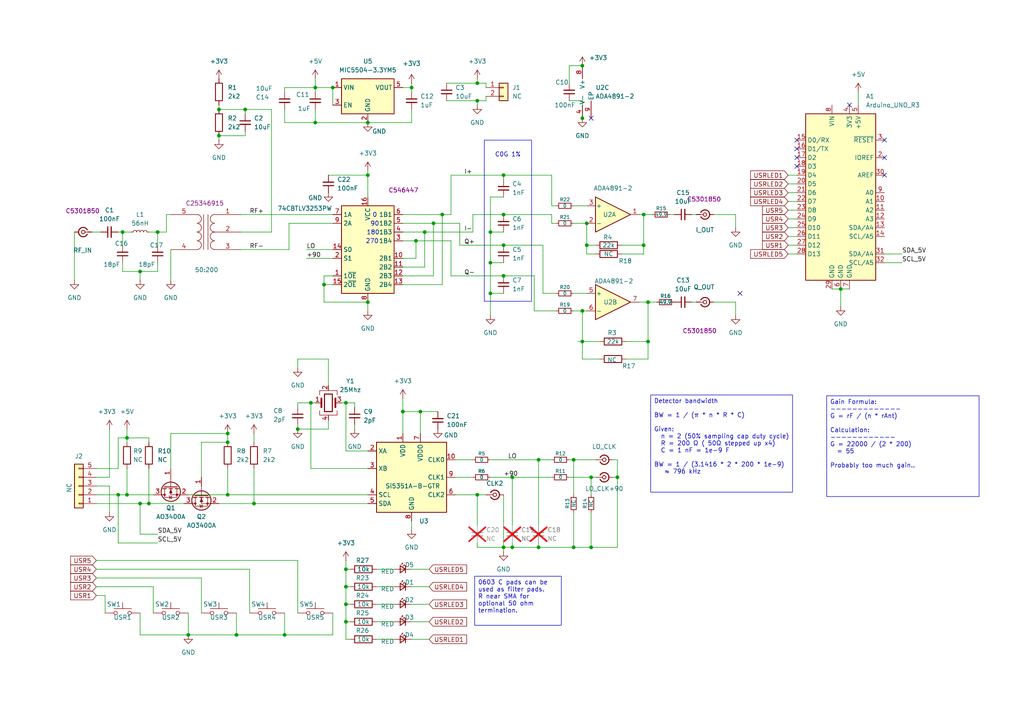
<source format=kicad_sch>
(kicad_sch (version 20231120) (generator "eeschema") (generator_version "8.0")
  (paper "A4")
  (title_block (title "PhaseLoom") (date "2025-06-05") (rev "A") (company "iMania.dk") (comment 1 "Quadrature Sampling Detector  Phase Locked Loop LO Synthesizer SDR Frontend"))
  (junction (at 100.33 175.26))
  (junction (at 45.72 67.31))
  (junction (at 86.36 124.46))
  (junction (at 66.04 125.73))
  (junction (at 146.05 71.12))
  (junction (at 171.45 138.43))
  (junction (at 187.96 87.63))
  (junction (at 66.04 128.27))
  (junction (at 142.24 67.31))
  (junction (at 142.24 85.09))
  (junction (at 128.27 62.23))
  (junction (at 43.18 146.05))
  (junction (at 170.18 71.12))
  (junction (at 125.73 64.77))
  (junction (at 156.21 133.35))
  (junction (at 156.21 158.75))
  (junction (at 138.43 29.21))
  (junction (at 168.91 99.06))
  (junction (at 146.05 62.23))
  (junction (at 106.68 87.63))
  (junction (at 142.24 76.2))
  (junction (at 168.91 34.29))
  (junction (at 90.17 116.84))
  (junction (at 116.84 119.38))
  (junction (at 100.33 116.84))
  (junction (at 121.92 119.38))
  (junction (at 82.55 184.15))
  (junction (at 35.56 67.31))
  (junction (at 40.64 146.05))
  (junction (at 96.52 25.4))
  (junction (at 243.84 83.82))
  (junction (at 148.59 158.75))
  (junction (at 106.68 50.8))
  (junction (at 168.91 90.17))
  (junction (at 91.44 25.4))
  (junction (at 148.59 138.43))
  (junction (at 166.37 133.35))
  (junction (at 100.33 180.34))
  (junction (at 40.64 78.74))
  (junction (at 106.68 35.56))
  (junction (at 146.05 50.8))
  (junction (at 34.29 143.51))
  (junction (at 100.33 165.1))
  (junction (at 171.45 158.75))
  (junction (at 36.83 143.51))
  (junction (at 146.05 80.01))
  (junction (at 73.66 146.05))
  (junction (at 186.69 62.23))
  (junction (at 91.44 35.56))
  (junction (at 63.5 39.37))
  (junction (at 93.98 82.55))
  (junction (at 68.58 184.15))
  (junction (at 186.69 71.12))
  (junction (at 54.61 184.15))
  (junction (at 146.05 158.75))
  (junction (at 66.04 143.51))
  (junction (at 138.43 24.13))
  (junction (at 63.5 31.75))
  (junction (at 119.38 25.4))
  (junction (at 187.96 99.06))
  (junction (at 71.12 31.75))
  (junction (at 100.33 170.18))
  (junction (at 168.91 19.05))
  (junction (at 166.37 158.75))
  (junction (at 179.07 138.43))
  (junction (at 36.83 127))
  (junction (at 120.65 69.85))
  (junction (at 123.19 67.31))
  (junction (at 170.18 64.77))
  (junction (at 138.43 143.51))
  (no_connect (at 171.45 34.29))
  (no_connect (at 231.14 43.18))
  (no_connect (at 256.54 40.64))
  (no_connect (at 231.14 48.26))
  (no_connect (at 231.14 45.72))
  (no_connect (at 256.54 50.8))
  (no_connect (at 231.14 40.64))
  (no_connect (at 214.63 85.09))
  (no_connect (at 256.54 45.72))
  (no_connect (at 246.38 30.48))
  (wire (pts (xy 177.8 133.35) (xy 179.07 133.35)))
  (wire (pts (xy 142.24 57.15) (xy 142.24 67.31)))
  (wire (pts (xy 168.91 29.21) (xy 168.91 34.29)))
  (wire (pts (xy 31.75 138.43) (xy 27.94 138.43)))
  (wire (pts (xy 93.98 87.63) (xy 106.68 87.63)))
  (wire (pts (xy 119.38 180.34) (xy 124.46 180.34)))
  (wire (pts (xy 170.18 64.77) (xy 166.37 64.77)))
  (wire (pts (xy 100.33 170.18) (xy 101.6 170.18)))
  (wire (pts (xy 186.69 62.23) (xy 189.23 62.23)))
  (wire (pts (xy 121.92 119.38) (xy 127 119.38)))
  (wire (pts (xy 142.24 67.31) (xy 146.05 67.31)))
  (wire (pts (xy 157.48 85.09) (xy 161.29 85.09)))
  (wire (pts (xy 43.18 128.27) (xy 43.18 127)))
  (wire (pts (xy 166.37 59.69) (xy 170.18 59.69)))
  (wire (pts (xy 228.6 68.58) (xy 231.14 68.58)))
  (wire (pts (xy 129.54 29.21) (xy 138.43 29.21)))
  (wire (pts (xy 88.9 72.39) (xy 96.52 72.39)))
  (wire (pts (xy 168.91 99.06) (xy 168.91 90.17)))
  (wire (pts (xy 228.6 63.5) (xy 231.14 63.5)))
  (wire (pts (xy 140.97 29.21) (xy 140.97 27.94)))
  (wire (pts (xy 116.84 119.38) (xy 121.92 119.38)))
  (wire (pts (xy 63.5 39.37) (xy 63.5 40.64)))
  (wire (pts (xy 228.6 71.12) (xy 231.14 71.12)))
  (wire (pts (xy 138.43 24.13) (xy 140.97 24.13)))
  (wire (pts (xy 165.1 133.35) (xy 166.37 133.35)))
  (wire (pts (xy 100.33 165.1) (xy 100.33 170.18)))
  (wire (pts (xy 40.64 146.05) (xy 40.64 154.94)))
  (wire (pts (xy 213.36 87.63) (xy 207.01 87.63)))
  (wire (pts (xy 186.69 71.12) (xy 186.69 62.23)))
  (wire (pts (xy 26.67 67.31) (xy 29.21 67.31)))
  (wire (pts (xy 119.38 26.67) (xy 119.38 25.4)))
  (wire (pts (xy 27.94 167.64) (xy 58.42 167.64)))
  (wire (pts (xy 40.64 146.05) (xy 43.18 146.05)))
  (wire (pts (xy 91.44 31.75) (xy 91.44 35.56)))
  (wire (pts (xy 43.18 146.05) (xy 53.34 146.05)))
  (wire (pts (xy 66.04 143.51) (xy 106.68 143.51)))
  (wire (pts (xy 160.02 62.23) (xy 160.02 64.77)))
  (wire (pts (xy 96.52 184.15) (xy 82.55 184.15)))
  (wire (pts (xy 73.66 125.73) (xy 73.66 128.27)))
  (wire (pts (xy 179.07 138.43) (xy 177.8 138.43)))
  (wire (pts (xy 146.05 52.07) (xy 146.05 50.8)))
  (wire (pts (xy 213.36 62.23) (xy 207.01 62.23)))
  (wire (pts (xy 44.45 170.18) (xy 44.45 177.8)))
  (wire (pts (xy 157.48 85.09) (xy 157.48 71.12)))
  (wire (pts (xy 171.45 138.43) (xy 171.45 143.51)))
  (wire (pts (xy 36.83 143.51) (xy 44.45 143.51)))
  (wire (pts (xy 48.26 67.31) (xy 48.26 62.23)))
  (wire (pts (xy 187.96 99.06) (xy 187.96 87.63)))
  (wire (pts (xy 27.94 165.1) (xy 72.39 165.1)))
  (wire (pts (xy 34.29 143.51) (xy 36.83 143.51)))
  (wire (pts (xy 34.29 67.31) (xy 35.56 67.31)))
  (wire (pts (xy 95.25 121.92) (xy 95.25 124.46)))
  (wire (pts (xy 123.19 77.47) (xy 123.19 67.31)))
  (wire (pts (xy 86.36 162.56) (xy 86.36 177.8)))
  (wire (pts (xy 179.07 133.35) (xy 179.07 138.43)))
  (wire (pts (xy 90.17 135.89) (xy 106.68 135.89)))
  (wire (pts (xy 130.81 50.8) (xy 146.05 50.8)))
  (wire (pts (xy 27.94 172.72) (xy 30.48 172.72)))
  (wire (pts (xy 109.22 185.42) (xy 114.3 185.42)))
  (wire (pts (xy 142.24 76.2) (xy 142.24 85.09)))
  (wire (pts (xy 73.66 135.89) (xy 73.66 146.05)))
  (wire (pts (xy 40.64 184.15) (xy 54.61 184.15)))
  (wire (pts (xy 54.61 143.51) (xy 66.04 143.51)))
  (wire (pts (xy 116.84 82.55) (xy 128.27 82.55)))
  (wire (pts (xy 66.04 125.73) (xy 66.04 128.27)))
  (wire (pts (xy 181.61 104.14) (xy 187.96 104.14)))
  (wire (pts (xy 154.94 80.01) (xy 154.94 90.17)))
  (wire (pts (xy 132.08 143.51) (xy 138.43 143.51)))
  (wire (pts (xy 45.72 67.31) (xy 48.26 67.31)))
  (wire (pts (xy 43.18 127) (xy 36.83 127)))
  (wire (pts (xy 146.05 50.8) (xy 160.02 50.8)))
  (wire (pts (xy 166.37 158.75) (xy 156.21 158.75)))
  (wire (pts (xy 109.22 170.18) (xy 114.3 170.18)))
  (wire (pts (xy 69.85 62.23) (xy 96.52 62.23)))
  (wire (pts (xy 130.81 69.85) (xy 130.81 80.01)))
  (wire (pts (xy 138.43 22.86) (xy 138.43 24.13)))
  (wire (pts (xy 187.96 104.14) (xy 187.96 99.06)))
  (wire (pts (xy 154.94 90.17) (xy 161.29 90.17)))
  (wire (pts (xy 58.42 167.64) (xy 58.42 177.8)))
  (wire (pts (xy 132.08 133.35) (xy 137.16 133.35)))
  (wire (pts (xy 213.36 66.04) (xy 213.36 62.23)))
  (wire (pts (xy 172.72 73.66) (xy 170.18 73.66)))
  (wire (pts (xy 78.74 31.75) (xy 78.74 67.31)))
  (wire (pts (xy 160.02 59.69) (xy 161.29 59.69)))
  (wire (pts (xy 86.36 116.84) (xy 90.17 116.84)))
  (wire (pts (xy 82.55 184.15) (xy 68.58 184.15)))
  (wire (pts (xy 40.64 81.28) (xy 40.64 78.74)))
  (wire (pts (xy 96.52 74.93) (xy 88.9 74.93)))
  (wire (pts (xy 78.74 67.31) (xy 69.85 67.31)))
  (wire (pts (xy 146.05 85.09) (xy 142.24 85.09)))
  (wire (pts (xy 82.55 26.67) (xy 82.55 25.4)))
  (wire (pts (xy 71.12 31.75) (xy 63.5 31.75)))
  (wire (pts (xy 148.59 157.48) (xy 148.59 158.75)))
  (wire (pts (xy 36.83 124.46) (xy 36.83 127)))
  (wire (pts (xy 166.37 133.35) (xy 172.72 133.35)))
  (wire (pts (xy 96.52 80.01) (xy 93.98 80.01)))
  (wire (pts (xy 166.37 158.75) (xy 171.45 158.75)))
  (wire (pts (xy 102.87 116.84) (xy 102.87 118.11)))
  (wire (pts (xy 146.05 71.12) (xy 157.48 71.12)))
  (wire (pts (xy 170.18 71.12) (xy 172.72 71.12)))
  (wire (pts (xy 179.07 138.43) (xy 179.07 158.75)))
  (wire (pts (xy 228.6 55.88) (xy 231.14 55.88)))
  (wire (pts (xy 138.43 30.48) (xy 138.43 29.21)))
  (wire (pts (xy 116.84 67.31) (xy 123.19 67.31)))
  (wire (pts (xy 130.81 50.8) (xy 130.81 62.23)))
  (wire (pts (xy 142.24 76.2) (xy 146.05 76.2)))
  (wire (pts (xy 73.66 146.05) (xy 106.68 146.05)))
  (wire (pts (xy 91.44 25.4) (xy 96.52 25.4)))
  (wire (pts (xy 180.34 73.66) (xy 186.69 73.66)))
  (wire (pts (xy 90.17 116.84) (xy 91.44 116.84)))
  (wire (pts (xy 93.98 82.55) (xy 93.98 87.63)))
  (wire (pts (xy 119.38 24.13) (xy 119.38 25.4)))
  (wire (pts (xy 34.29 135.89) (xy 27.94 135.89)))
  (wire (pts (xy 54.61 177.8) (xy 54.61 184.15)))
  (wire (pts (xy 27.94 143.51) (xy 34.29 143.51)))
  (wire (pts (xy 228.6 60.96) (xy 231.14 60.96)))
  (wire (pts (xy 90.17 116.84) (xy 90.17 135.89)))
  (wire (pts (xy 200.66 62.23) (xy 201.93 62.23)))
  (wire (pts (xy 119.38 175.26) (xy 124.46 175.26)))
  (wire (pts (xy 36.83 127) (xy 36.83 128.27)))
  (wire (pts (xy 142.24 67.31) (xy 142.24 76.2)))
  (wire (pts (xy 82.55 177.8) (xy 82.55 184.15)))
  (wire (pts (xy 166.37 148.59) (xy 166.37 158.75)))
  (wire (pts (xy 35.56 78.74) (xy 40.64 78.74)))
  (wire (pts (xy 228.6 50.8) (xy 231.14 50.8)))
  (wire (pts (xy 186.69 73.66) (xy 186.69 71.12)))
  (wire (pts (xy 34.29 157.48) (xy 45.72 157.48)))
  (wire (pts (xy 138.43 143.51) (xy 140.97 143.51)))
  (wire (pts (xy 102.87 123.19) (xy 102.87 124.46)))
  (wire (pts (xy 99.06 116.84) (xy 100.33 116.84)))
  (wire (pts (xy 168.91 90.17) (xy 170.18 90.17)))
  (wire (pts (xy 129.54 24.13) (xy 138.43 24.13)))
  (wire (pts (xy 63.5 30.48) (xy 63.5 31.75)))
  (wire (pts (xy 241.3 83.82) (xy 243.84 83.82)))
  (wire (pts (xy 35.56 67.31) (xy 38.1 67.31)))
  (wire (pts (xy 116.84 64.77) (xy 125.73 64.77)))
  (wire (pts (xy 142.24 138.43) (xy 148.59 138.43)))
  (wire (pts (xy 146.05 62.23) (xy 160.02 62.23)))
  (wire (pts (xy 161.29 64.77) (xy 160.02 64.77)))
  (wire (pts (xy 168.91 104.14) (xy 168.91 99.06)))
  (wire (pts (xy 148.59 158.75) (xy 156.21 158.75)))
  (wire (pts (xy 116.84 119.38) (xy 116.84 125.73)))
  (wire (pts (xy 100.33 175.26) (xy 100.33 180.34)))
  (wire (pts (xy 125.73 64.77) (xy 133.35 64.77)))
  (wire (pts (xy 71.12 31.75) (xy 78.74 31.75)))
  (wire (pts (xy 194.31 62.23) (xy 195.58 62.23)))
  (wire (pts (xy 121.92 125.73) (xy 121.92 119.38)))
  (wire (pts (xy 49.53 72.39) (xy 49.53 81.28)))
  (wire (pts (xy 93.98 80.01) (xy 93.98 82.55)))
  (wire (pts (xy 100.33 180.34) (xy 101.6 180.34)))
  (wire (pts (xy 21.59 67.31) (xy 21.59 81.28)))
  (wire (pts (xy 100.33 165.1) (xy 101.6 165.1)))
  (wire (pts (xy 185.42 87.63) (xy 187.96 87.63)))
  (wire (pts (xy 156.21 157.48) (xy 156.21 158.75)))
  (wire (pts (xy 243.84 83.82) (xy 243.84 88.9)))
  (wire (pts (xy 106.68 49.53) (xy 106.68 50.8)))
  (wire (pts (xy 86.36 104.14) (xy 86.36 106.68)))
  (wire (pts (xy 170.18 64.77) (xy 170.18 71.12)))
  (wire (pts (xy 142.24 133.35) (xy 156.21 133.35)))
  (wire (pts (xy 168.91 99.06) (xy 167.64 99.06)))
  (wire (pts (xy 171.45 138.43) (xy 172.72 138.43)))
  (wire (pts (xy 31.75 124.46) (xy 31.75 138.43)))
  (wire (pts (xy 228.6 53.34) (xy 231.14 53.34)))
  (wire (pts (xy 86.36 123.19) (xy 86.36 124.46)))
  (wire (pts (xy 185.42 62.23) (xy 186.69 62.23)))
  (wire (pts (xy 96.52 25.4) (xy 96.52 30.48)))
  (wire (pts (xy 40.64 154.94) (xy 45.72 154.94)))
  (wire (pts (xy 179.07 158.75) (xy 171.45 158.75)))
  (wire (pts (xy 100.33 175.26) (xy 101.6 175.26)))
  (wire (pts (xy 100.33 185.42) (xy 101.6 185.42)))
  (wire (pts (xy 34.29 157.48) (xy 34.29 143.51)))
  (wire (pts (xy 148.59 138.43) (xy 148.59 152.4)))
  (wire (pts (xy 166.37 85.09) (xy 170.18 85.09)))
  (wire (pts (xy 228.6 66.04) (xy 231.14 66.04)))
  (wire (pts (xy 132.08 138.43) (xy 137.16 138.43)))
  (wire (pts (xy 228.6 58.42) (xy 231.14 58.42)))
  (wire (pts (xy 43.18 135.89) (xy 43.18 146.05)))
  (wire (pts (xy 119.38 31.75) (xy 119.38 35.56)))
  (wire (pts (xy 68.58 184.15) (xy 54.61 184.15)))
  (wire (pts (xy 116.84 74.93) (xy 120.65 74.93)))
  (wire (pts (xy 124.46 185.42) (xy 119.38 185.42)))
  (wire (pts (xy 35.56 76.2) (xy 35.56 78.74)))
  (wire (pts (xy 91.44 22.86) (xy 91.44 25.4)))
  (wire (pts (xy 116.84 77.47) (xy 123.19 77.47)))
  (wire (pts (xy 71.12 39.37) (xy 63.5 39.37)))
  (wire (pts (xy 27.94 162.56) (xy 86.36 162.56)))
  (wire (pts (xy 173.99 104.14) (xy 168.91 104.14)))
  (wire (pts (xy 82.55 35.56) (xy 91.44 35.56)))
  (wire (pts (xy 95.25 104.14) (xy 86.36 104.14)))
  (wire (pts (xy 171.45 148.59) (xy 171.45 158.75)))
  (wire (pts (xy 91.44 26.67) (xy 91.44 25.4)))
  (wire (pts (xy 138.43 29.21) (xy 140.97 29.21)))
  (wire (pts (xy 100.33 180.34) (xy 100.33 185.42)))
  (wire (pts (xy 86.36 118.11) (xy 86.36 116.84)))
  (wire (pts (xy 69.85 72.39) (xy 83.82 72.39)))
  (wire (pts (xy 71.12 33.02) (xy 71.12 31.75)))
  (wire (pts (xy 27.94 140.97) (xy 31.75 140.97)))
  (wire (pts (xy 130.81 62.23) (xy 128.27 62.23)))
  (wire (pts (xy 40.64 78.74) (xy 45.72 78.74)))
  (wire (pts (xy 68.58 177.8) (xy 68.58 184.15)))
  (wire (pts (xy 133.35 71.12) (xy 146.05 71.12)))
  (wire (pts (xy 48.26 62.23) (xy 49.53 62.23)))
  (wire (pts (xy 156.21 133.35) (xy 156.21 152.4)))
  (wire (pts (xy 228.6 73.66) (xy 231.14 73.66)))
  (wire (pts (xy 146.05 57.15) (xy 142.24 57.15)))
  (wire (pts (xy 45.72 78.74) (xy 45.72 76.2)))
  (wire (pts (xy 95.25 124.46) (xy 86.36 124.46)))
  (wire (pts (xy 100.33 130.81) (xy 106.68 130.81)))
  (wire (pts (xy 119.38 151.13) (xy 119.38 153.67)))
  (wire (pts (xy 146.05 158.75) (xy 146.05 160.02)))
  (wire (pts (xy 173.99 99.06) (xy 168.91 99.06)))
  (wire (pts (xy 133.35 64.77) (xy 133.35 71.12)))
  (wire (pts (xy 123.19 67.31) (xy 137.16 67.31)))
  (wire (pts (xy 180.34 71.12) (xy 186.69 71.12)))
  (wire (pts (xy 200.66 87.63) (xy 201.93 87.63)))
  (wire (pts (xy 116.84 25.4) (xy 119.38 25.4)))
  (wire (pts (xy 95.25 50.8) (xy 106.68 50.8)))
  (wire (pts (xy 100.33 116.84) (xy 100.33 130.81)))
  (wire (pts (xy 49.53 125.73) (xy 66.04 125.73)))
  (wire (pts (xy 124.46 165.1) (xy 119.38 165.1)))
  (wire (pts (xy 100.33 162.56) (xy 100.33 165.1)))
  (wire (pts (xy 120.65 69.85) (xy 130.81 69.85)))
  (wire (pts (xy 27.94 170.18) (xy 44.45 170.18)))
  (wire (pts (xy 116.84 69.85) (xy 120.65 69.85)))
  (wire (pts (xy 138.43 158.75) (xy 146.05 158.75)))
  (wire (pts (xy 106.68 87.63) (xy 106.68 90.17)))
  (wire (pts (xy 100.33 116.84) (xy 102.87 116.84)))
  (wire (pts (xy 106.68 50.8) (xy 106.68 57.15)))
  (wire (pts (xy 71.12 38.1) (xy 71.12 39.37)))
  (wire (pts (xy 120.65 74.93) (xy 120.65 69.85)))
  (wire (pts (xy 30.48 172.72) (xy 30.48 177.8)))
  (wire (pts (xy 119.38 35.56) (xy 106.68 35.56)))
  (wire (pts (xy 146.05 80.01) (xy 154.94 80.01)))
  (wire (pts (xy 243.84 83.82) (xy 246.38 83.82)))
  (wire (pts (xy 83.82 64.77) (xy 96.52 64.77)))
  (wire (pts (xy 93.98 82.55) (xy 96.52 82.55)))
  (wire (pts (xy 116.84 62.23) (xy 128.27 62.23)))
  (wire (pts (xy 130.81 80.01) (xy 146.05 80.01)))
  (wire (pts (xy 156.21 133.35) (xy 160.02 133.35)))
  (wire (pts (xy 95.25 111.76) (xy 95.25 104.14)))
  (wire (pts (xy 256.54 73.66) (xy 261.62 73.66)))
  (wire (pts (xy 116.84 80.01) (xy 125.73 80.01)))
  (wire (pts (xy 165.1 24.13) (xy 165.1 19.05)))
  (wire (pts (xy 160.02 50.8) (xy 160.02 59.69)))
  (wire (pts (xy 138.43 143.51) (xy 138.43 152.4)))
  (wire (pts (xy 35.56 67.31) (xy 35.56 71.12)))
  (wire (pts (xy 109.22 175.26) (xy 114.3 175.26)))
  (wire (pts (xy 49.53 135.89) (xy 49.53 125.73)))
  (wire (pts (xy 165.1 138.43) (xy 171.45 138.43)))
  (wire (pts (xy 137.16 67.31) (xy 137.16 62.23)))
  (wire (pts (xy 27.94 146.05) (xy 40.64 146.05)))
  (wire (pts (xy 66.04 135.89) (xy 66.04 143.51)))
  (wire (pts (xy 165.1 29.21) (xy 168.91 29.21)))
  (wire (pts (xy 170.18 71.12) (xy 170.18 73.66)))
  (wire (pts (xy 165.1 19.05) (xy 168.91 19.05)))
  (wire (pts (xy 40.64 177.8) (xy 40.64 184.15)))
  (wire (pts (xy 43.18 67.31) (xy 45.72 67.31)))
  (wire (pts (xy 125.73 80.01) (xy 125.73 64.77)))
  (wire (pts (xy 248.92 26.67) (xy 248.92 30.48)))
  (wire (pts (xy 91.44 35.56) (xy 106.68 35.56)))
  (wire (pts (xy 166.37 133.35) (xy 166.37 143.51)))
  (wire (pts (xy 138.43 157.48) (xy 138.43 158.75)))
  (wire (pts (xy 34.29 127) (xy 36.83 127)))
  (wire (pts (xy 83.82 72.39) (xy 83.82 64.77)))
  (wire (pts (xy 137.16 62.23) (xy 146.05 62.23)))
  (wire (pts (xy 82.55 25.4) (xy 91.44 25.4)))
  (wire (pts (xy 82.55 31.75) (xy 82.55 35.56)))
  (wire (pts (xy 100.33 170.18) (xy 100.33 175.26)))
  (wire (pts (xy 213.36 91.44) (xy 213.36 87.63)))
  (wire (pts (xy 128.27 82.55) (xy 128.27 62.23)))
  (wire (pts (xy 181.61 99.06) (xy 187.96 99.06)))
  (wire (pts (xy 187.96 87.63) (xy 190.5 87.63)))
  (wire (pts (xy 36.83 135.89) (xy 36.83 143.51)))
  (wire (pts (xy 142.24 85.09) (xy 142.24 91.44)))
  (wire (pts (xy 140.97 24.13) (xy 140.97 25.4)))
  (wire (pts (xy 146.05 143.51) (xy 146.05 158.75)))
  (wire (pts (xy 116.84 115.57) (xy 116.84 119.38)))
  (wire (pts (xy 148.59 138.43) (xy 160.02 138.43)))
  (wire (pts (xy 96.52 177.8) (xy 96.52 184.15)))
  (wire (pts (xy 58.42 138.43) (xy 58.42 128.27)))
  (wire (pts (xy 63.5 146.05) (xy 73.66 146.05)))
  (wire (pts (xy 31.75 140.97) (xy 31.75 148.59)))
  (wire (pts (xy 72.39 165.1) (xy 72.39 177.8)))
  (wire (pts (xy 109.22 165.1) (xy 114.3 165.1)))
  (wire (pts (xy 45.72 67.31) (xy 45.72 71.12)))
  (wire (pts (xy 256.54 76.2) (xy 261.62 76.2)))
  (wire (pts (xy 58.42 128.27) (xy 66.04 128.27)))
  (wire (pts (xy 148.59 158.75) (xy 146.05 158.75)))
  (wire (pts (xy 34.29 135.89) (xy 34.29 127)))
  (wire (pts (xy 166.37 90.17) (xy 168.91 90.17)))
  (wire (pts (xy 124.46 170.18) (xy 119.38 170.18)))
  (wire (pts (xy 109.22 180.34) (xy 114.3 180.34)))
  (rectangle (start 140.462 40.64) (end 154.178 87.376))
  (text_box "Detector bandwidth\n\nBW = 1 / (π * n * R * C)\n\nGiven:\n  n = 2 (50% sampling cap duty cycle)\n  R = 200 Ω ( 50Ω stepped up x4)\n  C = 1 nF = 1e-9 F\n\nBW = 1 / (3.1416 * 2 * 200 * 1e-9)\n   ≈ 796 kHz" (at 188.722 114.554 0) (size 41.148 28.194) (effects (font (size 1.27 1.27)) (justify left top)))
  (text_box "0603 C pads can be used as filter pads. \nR near SMA for optional 50 ohm termination. " (at 137.668 167.132 0) (size 25.146 14.224) (effects (font (size 1.27 1.27)) (justify left top)))
  (text_box "Gain Formula:\n-------------\nG = rF / (n * rAnt)\n\nCalculation:\n------------\nG = 22000 / (2 * 200)\n  = 55\n\nProbably too much gain.." (at 239.776 114.808 0) (size 44.196 29.21) (effects (font (size 1.27 1.27)) (justify left top)))
  (text "C0G 1%" (at 147.32 44.958 0) (effects (font (size 1.27 1.27))))
  (text "270" (at 107.95 70.104 0) (effects (font (size 1.27 1.27))))
  (text "90" (at 108.712 65.024 0) (effects (font (size 1.27 1.27))))
  (text "0" (at 108.712 62.484 0) (effects (font (size 1.27 1.27))))
  (text "180" (at 108.204 67.564 0) (effects (font (size 1.27 1.27))))
  (label "SCL_5V" (at 261.62 76.2 0))
  (label "SDA_5V" (at 45.72 154.94 0))
  (label "Q+" (at 134.62 71.12 0))
  (label "RF+" (at 72.39 62.23 0))
  (label "Q-" (at 134.62 80.01 0))
  (label "I+" (at 134.62 50.8 0))
  (label "I-" (at 134.62 67.31 0))
  (label "LO" (at 88.9 72.39 0))
  (label "LO" (at 147.32 133.35 0))
  (label "+90" (at 146.05 138.43 0))
  (label "RF-" (at 72.39 72.39 0))
  (label "+90" (at 88.9 74.93 0))
  (label "SDA_5V" (at 261.62 73.66 0))
  (label "SCL_5V" (at 45.72 157.48 0))
  (global_label "USR2" (shape input) (at 27.94 170.18 180) (property "Intersheetrefs" "${INTERSHEET_REFS}" (effects (hide yes))))
  (global_label "USRLED4" (shape input) (at 228.6 58.42 180) (property "Intersheetrefs" "${INTERSHEET_REFS}" (effects (hide yes))))
  (global_label "USR4" (shape input) (at 228.6 63.5 180) (property "Intersheetrefs" "${INTERSHEET_REFS}" (effects (hide yes))))
  (global_label "USR5" (shape input) (at 27.94 162.56 180) (property "Intersheetrefs" "${INTERSHEET_REFS}" (effects (hide yes))))
  (global_label "USRLED3" (shape input) (at 124.46 175.26 0) (property "Intersheetrefs" "${INTERSHEET_REFS}" (effects (hide yes))))
  (global_label "USRLED1" (shape input) (at 124.46 185.42 0) (property "Intersheetrefs" "${INTERSHEET_REFS}" (effects (hide yes))))
  (global_label "USRLED3" (shape input) (at 228.6 55.88 180) (property "Intersheetrefs" "${INTERSHEET_REFS}" (effects (hide yes))))
  (global_label "USRLED1" (shape input) (at 228.6 50.8 180) (property "Intersheetrefs" "${INTERSHEET_REFS}" (effects (hide yes))))
  (global_label "USRLED5" (shape input) (at 124.46 165.1 0) (property "Intersheetrefs" "${INTERSHEET_REFS}" (effects (hide yes))))
  (global_label "USR4" (shape input) (at 27.94 165.1 180) (property "Intersheetrefs" "${INTERSHEET_REFS}" (effects (hide yes))))
  (global_label "USR1" (shape input) (at 228.6 71.12 180) (property "Intersheetrefs" "${INTERSHEET_REFS}" (effects (hide yes))))
  (global_label "USRLED2" (shape input) (at 124.46 180.34 0) (property "Intersheetrefs" "${INTERSHEET_REFS}" (effects (hide yes))))
  (global_label "USRLED2" (shape input) (at 228.6 53.34 180) (property "Intersheetrefs" "${INTERSHEET_REFS}" (effects (hide yes))))
  (global_label "USR5" (shape input) (at 228.6 60.96 180) (property "Intersheetrefs" "${INTERSHEET_REFS}" (effects (hide yes))))
  (global_label "USR3" (shape input) (at 27.94 167.64 180) (property "Intersheetrefs" "${INTERSHEET_REFS}" (effects (hide yes))))
  (global_label "USR3" (shape input) (at 228.6 66.04 180) (property "Intersheetrefs" "${INTERSHEET_REFS}" (effects (hide yes))))
  (global_label "USRLED5" (shape input) (at 228.6 73.66 180) (property "Intersheetrefs" "${INTERSHEET_REFS}" (effects (hide yes))))
  (global_label "USRLED4" (shape input) (at 124.46 170.18 0) (property "Intersheetrefs" "${INTERSHEET_REFS}" (effects (hide yes))))
  (global_label "USR2" (shape input) (at 228.6 68.58 180) (property "Intersheetrefs" "${INTERSHEET_REFS}" (effects (hide yes))))
  (global_label "USR1" (shape input) (at 27.94 172.72 180) (property "Intersheetrefs" "${INTERSHEET_REFS}" (effects (hide yes))))
  (symbol (lib_id "Connector:Conn_Coaxial_Small") (at 24.13 67.31 180) (unit 1)
    (property "Reference" "J7" (effects (hide yes)))
    (property "Value" "RF_IN" (at 23.97 72.606 0))
    (property "Footprint" "Connector_Coaxial:SMA_Samtec_SMA-J-P-H-ST-EM1_EdgeMount" (effects (hide yes)))
    (property "Description" "small coaxial connector (BNC, SMA, SMB, SMC, Cinch/RCA, LEMO, ...)" (effects (hide yes)))
    (property "LCSC" "C5301850" (at 23.97 61.176 0))
  )
  (symbol (lib_id "Device:Transformer_1P_SS") (at 59.69 67.31 0) (unit 1)
    (property "Reference" "T1" (effects (hide yes)))
    (property "Value" "50:200" (at 59.916 78.27 0))
    (property "Footprint" "Transformer_SMD:Transformer_MiniCircuits_AT224-1A" (effects (hide yes)))
    (property "Description" "Transformer, single primary, split secondary" (effects (hide yes)))
    (property "LCSC" "C25346915" (at 59.408 58.966 0))
  )
  (symbol (lib_id "Analog_Switch:SN74CBT3253") (at 106.68 72.39 0) (unit 1)
    (property "Reference" "U4" (effects (hide yes)))
    (property "Value" "74CBTLV3253PW" (at 88.392 60.452 0))
    (property "Footprint" "Package_SO:TSSOP-16_4.4x5mm_P0.65mm" (effects (hide yes)))
    (property "Datasheet" "http://www.ti.com/lit/gpn/sn74cbt3253" (effects (hide yes)))
    (property "Description" "Dual 1 to 4 Analog Multiplexer" (effects (hide yes)))
    (property "LCSC" "C546447" (at 117.038 55.156 0))
  )
  (symbol (lib_id "Connector:Conn_Coaxial_Small") (at 175.26 133.35 0) (mirror x) (unit 1)
    (property "Reference" "J8" (effects (hide yes)))
    (property "Value" "LO_CLK" (at 175.26 129.54 0))
    (property "Footprint" "Connector_Coaxial:SMA_Samtec_SMA-J-P-H-ST-EM1_EdgeMount" (effects (hide yes)))
    (property "Description" "small coaxial connector (BNC, SMA, SMB, SMC, Cinch/RCA, LEMO, ...)" (effects (hide yes)))
    (property "LCSC" "C5301850" (effects (hide yes)))
  )
  (symbol (lib_id "Connector:Conn_Coaxial_Small") (at 204.47 62.23 0) (unit 1)
    (property "Reference" "J6" (effects (hide yes)))
    (property "Value" "I_OUT" (at 204.452 66.68 0))
    (property "Footprint" "Connector_Coaxial:SMA_Samtec_SMA-J-P-H-ST-EM1_EdgeMount" (effects (hide yes)))
    (property "Description" "small coaxial connector (BNC, SMA, SMB, SMC, Cinch/RCA, LEMO, ...)" (effects (hide yes)))
    (property "LCSC" "C5301850" (at 204.198 57.79 0))
  )
  (symbol (lib_id "Connector:Conn_Coaxial_Small") (at 204.47 87.63 0) (unit 1)
    (property "Reference" "J4" (effects (hide yes)))
    (property "Value" "Q_OUT" (at 204.198 83.256 0))
    (property "Footprint" "Connector_Coaxial:SMA_Samtec_SMA-J-P-H-ST-EM1_EdgeMount" (effects (hide yes)))
    (property "Description" "small coaxial connector (BNC, SMA, SMB, SMC, Cinch/RCA, LEMO, ...)" (effects (hide yes)))
    (property "LCSC" "C5301850" (at 202.928 95.956 0))
  )
  (symbol (lib_id "power:+3V3") (at 31.75 124.46 0) (unit 1)
    (property "Reference" "#PWR024" (effects (hide yes)))
    (property "Value" "+3V3" (at 30.988 119.38 0))
    (property "Description" "Power symbol creates a global label with name \"+3V3\"" (effects (hide yes)))
  )
  (symbol (lib_id "power:+5V") (at 248.92 26.67 0) (unit 1)
    (property "Reference" "#PWR029" (effects (hide yes)))
    (property "Value" "+5V" (at 248.92 21.59 0))
  )
  (symbol (lib_id "Device:C_Small") (at 146.05 82.55 180) (unit 1)
    (property "Reference" "C7" (at 148.59 81.2735 0) (effects (justify right)))
    (property "Value" "1nF" (at 148.59 83.8135 0) (effects (justify right)))
    (property "Footprint" "Capacitor_SMD:C_0603_1608Metric" (effects (hide yes)))
    (property "Description" "Unpolarized capacitor, small symbol" (effects (hide yes)))
    (property "LCSC" "C2174671" (effects (hide yes)))
  )
  (symbol (lib_id "Device:R_Small") (at 191.77 62.23 90) (unit 1)
    (property "Reference" "R15" (at 191.77 60.452 90) (effects (font (size 1 1))))
    (property "Value" "49.9" (at 191.77 62.23 90) (effects (font (size 1 1))))
    (property "Footprint" "Resistor_SMD:R_0603_1608Metric" (effects (hide yes)))
    (property "Description" "Resistor, small symbol" (effects (hide yes)))
  )
  (symbol (lib_id "Device:C_Small") (at 198.12 87.63 90) (unit 1)
    (property "Reference" "C13" (at 198.1263 81.28 90))
    (property "Value" "10uF" (at 198.1263 83.82 90))
    (property "Footprint" "Capacitor_SMD:C_0603_1608Metric" (effects (hide yes)))
    (property "Description" "Unpolarized capacitor, small symbol" (effects (hide yes)))
    (property "LCSC" "C96446" (effects (hide yes)))
  )
  (symbol (lib_id "Switch:SW_Push") (at 35.56 177.8 0) (unit 1)
    (property "Reference" "SW1" (at 33.02 175.26 0))
    (property "Value" "USR1" (at 35.56 179.07 0))
    (property "Footprint" "Button_Switch_SMD:SW_SPST_TL3342" (effects (hide yes)))
    (property "LCSC" "C318884" (effects (hide yes)))
  )
  (symbol (lib_id "power:GND") (at 168.91 34.29 0) (unit 1)
    (property "Reference" "#PWR011" (effects (hide yes)))
    (property "Value" "GND" (at 168.91 39.37 0))
    (property "Description" "Power symbol creates a global label with name \"GND\" , ground" (effects (hide yes)))
  )
  (symbol (lib_id "power:+3V3") (at 168.91 19.05 0) (unit 1)
    (property "Reference" "#PWR012" (effects (hide yes)))
    (property "Value" "+3V3" (at 173.482 16.764 0))
    (property "Description" "Power symbol creates a global label with name \"+3V3\"" (effects (hide yes)))
  )
  (symbol (lib_id "Device:LED_Small") (at 116.84 165.1 0) (mirror y) (unit 1)
    (property "Reference" "D5" (at 118.745 163.83 0))
    (property "Value" "RED" (at 112.395 165.735 0))
    (property "Footprint" "LED_SMD:LED_0603_1608Metric" (effects (hide yes)))
    (property "LCSC" "C2286" (effects (hide yes)))
  )
  (symbol (lib_id "power:GND") (at 86.36 124.46 0) (unit 1)
    (property "Reference" "#PWR013" (effects (hide yes)))
    (property "Value" "GND" (at 86.36 129.54 0))
    (property "Description" "Power symbol creates a global label with name \"GND\" , ground" (effects (hide yes)))
  )
  (symbol (lib_id "MCU_Module:Arduino_UNO_R3") (at 243.84 55.88 0) (unit 1)
    (property "Reference" "A1" (at 251.1141 27.94 0) (effects (justify left)))
    (property "Value" "Arduino_UNO_R3" (at 251.1141 30.48 0) (effects (justify left)))
    (property "Footprint" "Module:Arduino_UNO_R3" (effects (hide yes)))
    (property "Datasheet" "https://www.arduino.cc/en/Main/arduinoBoardUno" (effects (hide yes)))
    (property "Description" "Arduino UNO Microcontroller Module, release 3" (effects (hide yes)))
  )
  (symbol (lib_id "power:+3V3") (at 138.43 22.86 0) (unit 1)
    (property "Reference" "#PWR03" (effects (hide yes)))
    (property "Value" "+3V3" (at 138.43 17.78 0))
    (property "Description" "Power symbol creates a global label with name \"+3V3\"" (effects (hide yes)))
  )
  (symbol (lib_id "Device:C_Small") (at 127 121.92 180) (unit 1)
    (property "Reference" "C21" (at 129.54 120.6435 0) (effects (justify right)))
    (property "Value" "100nF" (at 129.54 123.1835 0) (effects (justify right)))
    (property "Footprint" "Capacitor_SMD:C_0603_1608Metric" (effects (hide yes)))
    (property "Description" "Unpolarized capacitor, small symbol" (effects (hide yes)))
    (property "LCSC" "C14663" (effects (hide yes)))
  )
  (symbol (lib_id "Device:C_Small") (at 35.56 73.66 180) (unit 1)
    (property "Reference" "C16" (at 33.274 70.612 0) (effects (justify right)))
    (property "Value" "18pF" (at 29.972 76.708 0) (effects (justify right)))
    (property "Footprint" "Capacitor_SMD:C_0603_1608Metric" (effects (hide yes)))
    (property "Description" "Unpolarized capacitor, small symbol" (effects (hide yes)))
    (property "LCSC" "C1647" (effects (hide yes)))
  )
  (symbol (lib_id "Device:C_Small") (at 31.75 67.31 90) (unit 1)
    (property "Reference" "C1" (at 31.7563 60.96 90))
    (property "Value" "100nF" (at 31.7563 63.5 90))
    (property "Footprint" "Capacitor_SMD:C_0603_1608Metric" (effects (hide yes)))
    (property "Description" "Unpolarized capacitor, small symbol" (effects (hide yes)))
    (property "LCSC" "C14663" (effects (hide yes)))
  )
  (symbol (lib_id "power:GND") (at 243.84 88.9 0) (unit 1)
    (property "Reference" "#PWR030" (effects (hide yes)))
    (property "Value" "GND" (at 243.84 93.98 0))
    (property "Description" "Power symbol creates a global label with name \"GND\" , ground" (effects (hide yes)))
  )
  (symbol (lib_id "power:+3V3") (at 63.5 22.86 0) (unit 1)
    (property "Reference" "#PWR05" (effects (hide yes)))
    (property "Value" "+3V3" (at 63.5 17.78 0))
    (property "Description" "Power symbol creates a global label with name \"+3V3\"" (effects (hide yes)))
  )
  (symbol (lib_id "Device:R") (at 105.41 175.26 270) (unit 1)
    (property "Reference" "R24" (at 105.156 172.72 90))
    (property "Value" "10k" (at 105.41 175.26 90))
    (property "Footprint" "Resistor_SMD:R_0603_1608Metric" (effects (hide yes)))
    (property "Description" "Resistor" (effects (hide yes)))
  )
  (symbol (lib_id "Switch:SW_Push") (at 91.44 177.8 0) (unit 1)
    (property "Reference" "SW5" (at 88.9 175.26 0))
    (property "Value" "USR5" (at 91.44 179.07 0))
    (property "Footprint" "Button_Switch_SMD:SW_SPST_TL3342" (effects (hide yes)))
    (property "LCSC" "C318884" (effects (hide yes)))
  )
  (symbol (lib_id "Device:C_Small") (at 146.05 73.66 180) (unit 1)
    (property "Reference" "C5" (at 148.59 72.3835 0) (effects (justify right)))
    (property "Value" "1nF" (at 148.59 74.9235 0) (effects (justify right)))
    (property "Footprint" "Capacitor_SMD:C_0603_1608Metric" (effects (hide yes)))
    (property "Description" "Unpolarized capacitor, small symbol" (effects (hide yes)))
    (property "LCSC" "C2174671" (effects (hide yes)))
  )
  (symbol (lib_id "Device:R_Small") (at 163.83 90.17 90) (unit 1)
    (property "Reference" "R19" (at 163.83 88.392 90) (effects (font (size 1 1))))
    (property "Value" "0" (at 163.83 90.17 90) (effects (font (size 1 1))))
    (property "Footprint" "Resistor_SMD:R_0402_1005Metric" (effects (hide yes)))
    (property "Description" "Resistor, small symbol" (effects (hide yes)))
  )
  (symbol (lib_id "Device:C_Small") (at 146.05 64.77 180) (unit 1)
    (property "Reference" "C6" (at 148.59 63.4935 0) (effects (justify right)))
    (property "Value" "1nF" (at 148.59 66.0335 0) (effects (justify right)))
    (property "Footprint" "Capacitor_SMD:C_0603_1608Metric" (effects (hide yes)))
    (property "Description" "Unpolarized capacitor, small symbol" (effects (hide yes)))
    (property "LCSC" "C2174671" (effects (hide yes)))
  )
  (symbol (lib_id "Connector:Conn_Coaxial_Small") (at 175.26 138.43 0) (mirror x) (unit 1)
    (property "Reference" "J5" (effects (hide yes)))
    (property "Value" "LO_CLK+90" (at 175.26 141.732 0))
    (property "Footprint" "Connector_Coaxial:SMA_Samtec_SMA-J-P-H-ST-EM1_EdgeMount" (effects (hide yes)))
    (property "Description" "small coaxial connector (BNC, SMA, SMB, SMC, Cinch/RCA, LEMO, ...)" (effects (hide yes)))
    (property "LCSC" "C5301850" (effects (hide yes)))
  )
  (symbol (lib_id "Device:R_Small") (at 162.56 133.35 90) (unit 1)
    (property "Reference" "R12" (at 162.56 131.572 90) (effects (font (size 1 1))))
    (property "Value" "0" (at 162.56 133.35 90) (effects (font (size 1 1))))
    (property "Footprint" "Resistor_SMD:R_0402_1005Metric" (effects (hide yes)))
    (property "Description" "Resistor, small symbol" (effects (hide yes)))
  )
  (symbol (lib_id "Switch:SW_Push") (at 63.5 177.8 0) (unit 1)
    (property "Reference" "SW3" (at 60.96 175.26 0))
    (property "Value" "USR3" (at 63.5 179.07 0))
    (property "Footprint" "Button_Switch_SMD:SW_SPST_TL3342" (effects (hide yes)))
    (property "LCSC" "C318884" (effects (hide yes)))
  )
  (symbol (lib_id "Device:C_Small") (at 146.05 54.61 180) (unit 1)
    (property "Reference" "C4" (at 148.59 53.3335 0) (effects (justify right)))
    (property "Value" "1nF" (at 148.59 55.8735 0) (effects (justify right)))
    (property "Footprint" "Capacitor_SMD:C_0603_1608Metric" (effects (hide yes)))
    (property "Description" "Unpolarized capacitor, small symbol" (effects (hide yes)))
    (property "LCSC" "C2174671" (effects (hide yes)))
  )
  (symbol (lib_id "power:+3V3") (at 73.66 125.73 0) (unit 1)
    (property "Reference" "#PWR022" (effects (hide yes)))
    (property "Value" "+3V3" (at 73.66 120.65 0))
    (property "Description" "Power symbol creates a global label with name \"+3V3\"" (effects (hide yes)))
  )
  (symbol (lib_id "Transistor_FET:BSS138") (at 49.53 140.97 90) (mirror x) (unit 1)
    (property "Reference" "Q1" (at 49.53 147.32 90))
    (property "Value" "AO3400A" (at 49.53 149.86 90))
    (property "Footprint" "Package_TO_SOT_SMD:SOT-23" (effects (hide yes)))
    (property "Datasheet" "https://www.onsemi.com/pub/Collateral/BSS138-D.PDF" (effects (hide yes)))
    (property "Description" "50V Vds, 0.22A Id, N-Channel MOSFET, SOT-23" (effects (hide yes)))
    (property "LCSC" "C20917" (effects (hide yes)))
  )
  (symbol (lib_id "power:+3V3") (at 119.38 24.13 0) (unit 1)
    (property "Reference" "#PWR020" (effects (hide yes)))
    (property "Value" "+3V3" (at 119.38 18.415 0))
  )
  (symbol (lib_id "power:GND") (at 213.36 66.04 0) (unit 1)
    (property "Reference" "#PWR010" (effects (hide yes)))
    (property "Value" "GND" (at 213.36 71.12 0))
    (property "Description" "Power symbol creates a global label with name \"GND\" , ground" (effects (hide yes)))
  )
  (symbol (lib_id "Regulator_Linear:MIC5504-3.3YM5") (at 106.68 27.94 0) (unit 1)
    (property "Reference" "U5" (at 106.68 17.78 0))
    (property "Value" "MIC5504-3.3YM5" (at 106.68 20.32 0))
    (property "Footprint" "Package_TO_SOT_SMD:SOT-23-5" (effects (hide yes)))
    (property "Datasheet" "http://ww1.microchip.com/downloads/en/DeviceDoc/MIC550X.pdf" (effects (hide yes)))
    (property "LCSC" "C3021093" (effects (hide yes)))
  )
  (symbol (lib_id "power:GND") (at 119.38 153.67 0) (unit 1)
    (property "Reference" "#PWR016" (effects (hide yes)))
    (property "Value" "GND" (at 119.38 158.75 0))
    (property "Description" "Power symbol creates a global label with name \"GND\" , ground" (effects (hide yes)))
  )
  (symbol (lib_id "Switch:SW_Push") (at 77.47 177.8 0) (unit 1)
    (property "Reference" "SW4" (at 74.93 175.26 0))
    (property "Value" "USR4" (at 77.47 179.07 0))
    (property "Footprint" "Button_Switch_SMD:SW_SPST_TL3342" (effects (hide yes)))
    (property "LCSC" "C318884" (effects (hide yes)))
  )
  (symbol (lib_id "power:GND") (at 213.36 91.44 0) (unit 1)
    (property "Reference" "#PWR09" (effects (hide yes)))
    (property "Value" "GND" (at 213.36 96.52 0))
    (property "Description" "Power symbol creates a global label with name \"GND\" , ground" (effects (hide yes)))
  )
  (symbol (lib_id "Device:LED_Small") (at 116.84 180.34 0) (mirror y) (unit 1)
    (property "Reference" "D3" (at 118.745 179.07 0))
    (property "Value" "RED" (at 112.395 180.975 0))
    (property "Footprint" "LED_SMD:LED_0603_1608Metric" (effects (hide yes)))
    (property "LCSC" "C2286" (effects (hide yes)))
  )
  (symbol (lib_id "Oscillator:Si5351A-B-GT") (at 119.38 138.43 0) (unit 1)
    (property "Reference" "U3" (at 121.5741 151.13 0) (effects (justify left)))
    (property "Value" "Si5351A-B-GTR" (at 111.76 140.97 0) (effects (justify left)))
    (property "Footprint" "Package_SO:MSOP-10_3x3mm_P0.5mm" (effects (hide yes)))
    (property "Datasheet" "https://www.silabs.com/documents/public/data-sheets/Si5351-B.pdf" (effects (hide yes)))
    (property "Description" "I2C Programmable Any-Frequency CMOS Clock Generator, MSOP-8" (effects (hide yes)))
    (property "LCSC" "C504891" (effects (hide yes)))
  )
  (symbol (lib_id "Device:R") (at 105.41 180.34 270) (unit 1)
    (property "Reference" "R25" (at 105.156 177.8 90))
    (property "Value" "10k" (at 105.41 180.34 90))
    (property "Footprint" "Resistor_SMD:R_0603_1608Metric" (effects (hide yes)))
    (property "Description" "Resistor" (effects (hide yes)))
  )
  (symbol (lib_id "Device:L_Small") (at 40.64 67.31 90) (unit 1)
    (property "Reference" "L1" (at 40.64 62.23 90))
    (property "Value" "56nH" (at 40.64 64.77 90))
    (property "Footprint" "Inductor_SMD:L_1008_2520Metric" (effects (hide yes)))
    (property "Description" "Inductor, small symbol" (effects (hide yes)))
    (property "LCSC" "C318003" (effects (hide yes)))
  )
  (symbol (lib_id "Device:Crystal_GND24") (at 95.25 116.84 0) (unit 1)
    (property "Reference" "Y1" (at 101.6 110.5214 0))
    (property "Value" "25Mhz" (at 101.6 113.0614 0))
    (property "Footprint" "Crystal:Crystal_SMD_3225-4Pin_3.2x2.5mm" (effects (hide yes)))
    (property "Description" "Four pin crystal, GND on pins 2 and 4" (effects (hide yes)))
    (property "LCSC" "C5444611" (effects (hide yes)))
  )
  (symbol (lib_id "Device:R") (at 66.04 132.08 180) (unit 1)
    (property "Reference" "R8" (at 68.58 130.8099 0) (effects (justify right)))
    (property "Value" "2k2" (at 68.58 133.3499 0) (effects (justify right)))
    (property "Footprint" "Resistor_SMD:R_0603_1608Metric" (effects (hide yes)))
    (property "Description" "Resistor" (effects (hide yes)))
    (property "LCSC" "C2989139" (effects (hide yes)))
  )
  (symbol (lib_id "Device:R_Small") (at 166.37 146.05 180) (unit 1)
    (property "Reference" "R13" (at 164.592 146.05 90) (effects (font (size 1 1))))
    (property "Value" "NC" (at 166.37 146.05 90) (effects (font (size 1 1))))
    (property "Footprint" "Resistor_SMD:R_0603_1608Metric" (effects (hide yes)))
    (property "Description" "Resistor, small symbol" (effects (hide yes)))
  )
  (symbol (lib_id "power:GND") (at 102.87 124.46 0) (unit 1)
    (property "Reference" "#PWR014" (effects (hide yes)))
    (property "Value" "GND" (at 102.87 129.54 0))
    (property "Description" "Power symbol creates a global label with name \"GND\" , ground" (effects (hide yes)))
  )
  (symbol (lib_id "power:GND") (at 138.43 30.48 0) (unit 1)
    (property "Reference" "#PWR04" (effects (hide yes)))
    (property "Value" "GND" (at 138.43 35.56 0))
    (property "Description" "Power symbol creates a global label with name \"GND\" , ground" (effects (hide yes)))
  )
  (symbol (lib_id "Connector:Conn_Coaxial_Small") (at 143.51 143.51 0) (unit 1)
    (property "Reference" "J3" (effects (hide yes)))
    (property "Value" "CLK2" (at 143.51 140.208 0))
    (property "Footprint" "Connector_Coaxial:SMA_Samtec_SMA-J-P-H-ST-EM1_EdgeMount" (effects (hide yes)))
    (property "Description" "small coaxial connector (BNC, SMA, SMB, SMC, Cinch/RCA, LEMO, ...)" (effects (hide yes)))
    (property "LCSC" "C5301850" (effects (hide yes)))
  )
  (symbol (lib_id "Transistor_FET:BSS138") (at 58.42 143.51 90) (mirror x) (unit 1)
    (property "Reference" "Q2" (at 58.42 149.86 90))
    (property "Value" "AO3400A" (at 58.42 152.4 90))
    (property "Footprint" "Package_TO_SOT_SMD:SOT-23" (effects (hide yes)))
    (property "Datasheet" "https://www.onsemi.com/pub/Collateral/BSS138-D.PDF" (effects (hide yes)))
    (property "Description" "50V Vds, 0.22A Id, N-Channel MOSFET, SOT-23" (effects (hide yes)))
    (property "LCSC" "C20917" (effects (hide yes)))
  )
  (symbol (lib_id "Device:LED_Small") (at 116.84 175.26 0) (mirror y) (unit 1)
    (property "Reference" "D2" (at 118.745 173.99 0))
    (property "Value" "RED" (at 112.395 175.895 0))
    (property "Footprint" "LED_SMD:LED_0603_1608Metric" (effects (hide yes)))
    (property "LCSC" "C2286" (effects (hide yes)))
  )
  (symbol (lib_id "power:+3V3") (at 66.04 125.73 0) (unit 1)
    (property "Reference" "#PWR023" (effects (hide yes)))
    (property "Value" "+3V3" (at 66.04 120.65 0))
    (property "Description" "Power symbol creates a global label with name \"+3V3\"" (effects (hide yes)))
  )
  (symbol (lib_id "Device:LED_Small") (at 116.84 170.18 0) (mirror y) (unit 1)
    (property "Reference" "D1" (at 118.745 168.91 0))
    (property "Value" "RED" (at 112.395 170.815 0))
    (property "Footprint" "LED_SMD:LED_0603_1608Metric" (effects (hide yes)))
    (property "LCSC" "C2286" (effects (hide yes)))
  )
  (symbol (lib_id "Device:R") (at 73.66 132.08 180) (unit 1)
    (property "Reference" "R7" (at 76.2 130.8099 0) (effects (justify right)))
    (property "Value" "2k2" (at 76.2 133.3499 0) (effects (justify right)))
    (property "Footprint" "Resistor_SMD:R_0603_1608Metric" (effects (hide yes)))
    (property "Description" "Resistor" (effects (hide yes)))
    (property "LCSC" "C2989139" (effects (hide yes)))
  )
  (symbol (lib_id "power:GND") (at 31.75 148.59 0) (unit 1)
    (property "Reference" "#PWR025" (effects (hide yes)))
    (property "Value" "GND" (at 31.75 153.67 0))
    (property "Description" "Power symbol creates a global label with name \"GND\" , ground" (effects (hide yes)))
  )
  (symbol (lib_id "Device:C_Small") (at 138.43 154.94 0) (unit 1) (dnp yes)
    (property "Reference" "C20" (at 140.97 153.6762 0) (effects (justify left)))
    (property "Value" "NC" (at 140.97 156.2162 0) (effects (justify left)))
    (property "Footprint" "Capacitor_SMD:C_0603_1608Metric" (effects (hide yes)))
    (property "Description" "Unpolarized capacitor, small symbol" (effects (hide yes)))
  )
  (symbol (lib_id "Device:C_Small") (at 119.38 29.21 0) (unit 1)
    (property "Reference" "C12" (at 121.92 27.9462 0) (effects (justify left)))
    (property "Value" "1uF" (at 121.92 30.4862 0) (effects (justify left)))
    (property "Footprint" "Capacitor_SMD:C_0805_2012Metric" (effects (hide yes)))
    (property "LCSC" "C28323" (effects (hide yes)))
  )
  (symbol (lib_id "power:GND") (at 86.36 106.68 0) (unit 1)
    (property "Reference" "#PWR031" (effects (hide yes)))
    (property "Value" "GND" (at 86.36 111.76 0))
    (property "Description" "Power symbol creates a global label with name \"GND\" , ground" (effects (hide yes)))
  )
  (symbol (lib_id "power:GND") (at 21.59 81.28 0) (unit 1)
    (property "Reference" "#PWR01" (effects (hide yes)))
    (property "Value" "GND" (at 21.59 86.36 0))
    (property "Description" "Power symbol creates a global label with name \"GND\" , ground" (effects (hide yes)))
  )
  (symbol (lib_id "Device:C_Small") (at 165.1 26.67 180) (unit 1)
    (property "Reference" "C10" (at 161.036 23.876 0) (effects (justify right)))
    (property "Value" "100nF" (at 160.782 30.48 0) (effects (justify right)))
    (property "Footprint" "Capacitor_SMD:C_0603_1608Metric" (effects (hide yes)))
    (property "Description" "Unpolarized capacitor, small symbol" (effects (hide yes)))
    (property "LCSC" "C14663" (effects (hide yes)))
  )
  (symbol (lib_id "Device:C_Small") (at 82.55 29.21 0) (unit 1)
    (property "Reference" "C14" (at 74.168 28.194 0) (effects (justify left)))
    (property "Value" "10uF" (at 74.168 25.654 0) (effects (justify left)))
    (property "Footprint" "Capacitor_SMD:C_0603_1608Metric" (effects (hide yes)))
    (property "Description" "Unpolarized capacitor, small symbol" (effects (hide yes)))
    (property "LCSC" "C96446" (effects (hide yes)))
  )
  (symbol (lib_id "Device:C_Small") (at 129.54 26.67 0) (unit 1)
    (property "Reference" "C3" (at 132.08 25.4062 0) (effects (justify left)))
    (property "Value" "10uF" (at 132.08 27.9462 0) (effects (justify left)))
    (property "Footprint" "Capacitor_SMD:C_0603_1608Metric" (effects (hide yes)))
    (property "Description" "Unpolarized capacitor, small symbol" (effects (hide yes)))
    (property "LCSC" "C96446" (effects (hide yes)))
  )
  (symbol (lib_id "Device:C_Small") (at 102.87 120.65 0) (unit 1)
    (property "Reference" "C9" (at 105.41 119.3862 0) (effects (justify left)))
    (property "Value" "2pF" (at 105.41 121.9262 0) (effects (justify left)))
    (property "Footprint" "Capacitor_SMD:C_0603_1608Metric" (effects (hide yes)))
    (property "Description" "Unpolarized capacitor, small symbol" (effects (hide yes)))
  )
  (symbol (lib_id "power:GND") (at 127 124.46 0) (unit 1)
    (property "Reference" "#PWR018" (effects (hide yes)))
    (property "Value" "GND" (at 130.81 126.238 0))
    (property "Description" "Power symbol creates a global label with name \"GND\" , ground" (effects (hide yes)))
  )
  (symbol (lib_id "Device:R") (at 177.8 104.14 270) (unit 1)
    (property "Reference" "R17" (at 182.372 106.172 90))
    (property "Value" "NC" (at 177.546 104.394 90))
    (property "Footprint" "Resistor_SMD:R_0603_1608Metric" (effects (hide yes)))
    (property "Description" "Resistor" (effects (hide yes)))
  )
  (symbol (lib_id "power:+5V") (at 36.83 124.46 0) (unit 1)
    (property "Reference" "#PWR026" (effects (hide yes)))
    (property "Value" "+5V" (at 36.83 119.38 0))
  )
  (symbol (lib_id "Amplifier_Operational:ADA4898-2") (at 177.8 62.23 0) (unit 1)
    (property "Reference" "U2" (at 176.784 62.23 0))
    (property "Value" "ADA4891-2" (at 177.8 54.61 0))
    (property "Footprint" "Package_SO:SOIC-8_3.9x4.9mm_P1.27mm" (effects (hide yes)))
    (property "Datasheet" "https://www.analog.com/media/en/technical-documentation/data-sheets/ada4898-1_4898-2.pdf" (effects (hide yes)))
    (property "Description" "Dual High Voltage, Low Noise, Low Distortion, Unity-Gain Stable, High Speed Op Amp, SOIC-8-1EP" (effects (hide yes)))
    (property "LCSC" "C141906" (effects (hide yes)))
  )
  (symbol (lib_id "Device:R") (at 36.83 132.08 180) (unit 1)
    (property "Reference" "R9" (at 38.608 130.81 0) (effects (justify right)))
    (property "Value" "NC" (at 38.608 133.35 0) (effects (justify right)))
    (property "Footprint" "Resistor_SMD:R_0603_1608Metric" (effects (hide yes)))
    (property "Description" "Resistor" (effects (hide yes)))
  )
  (symbol (lib_id "Connector_Generic:Conn_01x02") (at 146.05 25.4 0) (unit 1)
    (property "Reference" "J1" (at 148.59 25.3999 0) (effects (justify left)))
    (property "Value" "NC" (at 148.59 27.9399 0) (effects (justify left)))
    (property "Footprint" "Connector_PinHeader_2.54mm:PinHeader_1x02_P2.54mm_Vertical" (effects (hide yes)))
    (property "Description" "Generic connector, single row, 01x02, script generated (kicad-library-utils/schlib/autogen/connector/)" (effects (hide yes)))
  )
  (symbol (lib_id "Device:R") (at 63.5 35.56 180) (unit 1)
    (property "Reference" "R2" (at 66.04 34.2899 0) (effects (justify right)))
    (property "Value" "2k2" (at 66.04 36.8299 0) (effects (justify right)))
    (property "Footprint" "Resistor_SMD:R_0603_1608Metric" (effects (hide yes)))
    (property "Description" "Resistor" (effects (hide yes)))
    (property "LCSC" "C2989139" (effects (hide yes)))
  )
  (symbol (lib_id "Device:R_Small") (at 163.83 59.69 90) (unit 1)
    (property "Reference" "R22" (at 163.83 57.912 90) (effects (font (size 1 1))))
    (property "Value" "0" (at 163.83 59.69 90) (effects (font (size 1 1))))
    (property "Footprint" "Resistor_SMD:R_0402_1005Metric" (effects (hide yes)))
    (property "Description" "Resistor, small symbol" (effects (hide yes)))
  )
  (symbol (lib_id "power:+3V3") (at 106.68 49.53 0) (unit 1)
    (property "Reference" "#PWR027" (effects (hide yes)))
    (property "Value" "+3V3" (at 106.68 44.45 0))
    (property "Description" "Power symbol creates a global label with name \"+3V3\"" (effects (hide yes)))
  )
  (symbol (lib_id "Connector_Generic:Conn_01x05") (at 22.86 140.97 180) (unit 1)
    (property "Reference" "J2" (at 22.86 132.334 0))
    (property "Value" "NC" (at 20.066 141.478 90))
    (property "Footprint" "Connector_PinHeader_2.54mm:PinHeader_1x05_P2.54mm_Vertical" (effects (hide yes)))
    (property "Description" "Generic connector, single row, 01x05, script generated (kicad-library-utils/schlib/autogen/connector/)" (effects (hide yes)))
  )
  (symbol (lib_id "power:GND") (at 49.53 81.28 0) (unit 1)
    (property "Reference" "#PWR02" (effects (hide yes)))
    (property "Value" "GND" (at 49.53 86.36 0))
    (property "Description" "Power symbol creates a global label with name \"GND\" , ground" (effects (hide yes)))
  )
  (symbol (lib_id "power:GND") (at 142.24 91.44 0) (unit 1)
    (property "Reference" "#PWR08" (effects (hide yes)))
    (property "Value" "GND" (at 142.24 96.52 0))
    (property "Description" "Power symbol creates a global label with name \"GND\" , ground" (effects (hide yes)))
  )
  (symbol (lib_id "Amplifier_Operational:ADA4898-2") (at 177.8 87.63 0) (unit 2)
    (property "Reference" "U2" (at 177.038 87.63 0))
    (property "Value" "ADA4891-2" (at 178.054 81.534 0))
    (property "Footprint" "Package_SO:SOIC-8_3.9x4.9mm_P1.27mm" (effects (hide yes)))
    (property "Datasheet" "https://www.analog.com/media/en/technical-documentation/data-sheets/ada4898-1_4898-2.pdf" (effects (hide yes)))
    (property "Description" "Dual High Voltage, Low Noise, Low Distortion, Unity-Gain Stable, High Speed Op Amp, SOIC-8-1EP" (effects (hide yes)))
    (property "LCSC" "C141906" (effects (hide yes)))
  )
  (symbol (lib_id "Device:R_Small") (at 163.83 85.09 90) (unit 1)
    (property "Reference" "R20" (at 163.83 83.312 90) (effects (font (size 1 1))))
    (property "Value" "0" (at 163.83 85.09 90) (effects (font (size 1 1))))
    (property "Footprint" "Resistor_SMD:R_0402_1005Metric" (effects (hide yes)))
    (property "Description" "Resistor, small symbol" (effects (hide yes)))
  )
  (symbol (lib_id "power:GND") (at 54.61 184.15 0) (unit 1)
    (property "Reference" "#PWR033" (effects (hide yes)))
    (property "Value" "GND" (at 54.61 189.23 0))
    (property "Description" "Power symbol creates a global label with name \"GND\" , ground" (effects (hide yes)))
  )
  (symbol (lib_id "Device:R_Small") (at 139.7 138.43 90) (unit 1)
    (property "Reference" "R6" (at 139.7 136.652 90) (effects (font (size 1 1))))
    (property "Value" "0" (at 139.7 138.43 90) (effects (font (size 1 1))))
    (property "Footprint" "Resistor_SMD:R_0402_1005Metric" (effects (hide yes)))
    (property "Description" "Resistor, small symbol" (effects (hide yes)))
  )
  (symbol (lib_id "Device:C_Small") (at 198.12 62.23 90) (unit 1)
    (property "Reference" "C15" (at 198.1263 55.88 90))
    (property "Value" "10uF" (at 198.1263 58.42 90))
    (property "Footprint" "Capacitor_SMD:C_0603_1608Metric" (effects (hide yes)))
    (property "Description" "Unpolarized capacitor, small symbol" (effects (hide yes)))
    (property "LCSC" "C96446" (effects (hide yes)))
  )
  (symbol (lib_id "Device:R") (at 63.5 26.67 180) (unit 1)
    (property "Reference" "R1" (at 66.04 25.3999 0) (effects (justify right)))
    (property "Value" "2k2" (at 66.04 27.9399 0) (effects (justify right)))
    (property "Footprint" "Resistor_SMD:R_0603_1608Metric" (effects (hide yes)))
    (property "Description" "Resistor" (effects (hide yes)))
    (property "LCSC" "C2989139" (effects (hide yes)))
  )
  (symbol (lib_id "Device:R_Small") (at 163.83 64.77 90) (unit 1)
    (property "Reference" "R21" (at 163.83 62.992 90) (effects (font (size 1 1))))
    (property "Value" "0" (at 163.83 64.77 90) (effects (font (size 1 1))))
    (property "Footprint" "Resistor_SMD:R_0402_1005Metric" (effects (hide yes)))
    (property "Description" "Resistor, small symbol" (effects (hide yes)))
  )
  (symbol (lib_id "Device:R") (at 176.53 73.66 270) (unit 1)
    (property "Reference" "R18" (at 181.356 75.692 90))
    (property "Value" "NC" (at 176.53 73.66 90))
    (property "Footprint" "Resistor_SMD:R_0603_1608Metric" (effects (hide yes)))
    (property "Description" "Resistor" (effects (hide yes)))
  )
  (symbol (lib_id "Switch:SW_Push") (at 49.53 177.8 0) (unit 1)
    (property "Reference" "SW2" (at 46.99 175.26 0))
    (property "Value" "USR2" (at 49.53 179.07 0))
    (property "Footprint" "Button_Switch_SMD:SW_SPST_TL3342" (effects (hide yes)))
    (property "LCSC" "C318884" (effects (hide yes)))
  )
  (symbol (lib_id "power:GND") (at 95.25 55.88 0) (unit 1)
    (property "Reference" "#PWR032" (effects (hide yes)))
    (property "Value" "GND" (at 91.44 57.404 0))
    (property "Description" "Power symbol creates a global label with name \"GND\" , ground" (effects (hide yes)))
  )
  (symbol (lib_id "Amplifier_Operational:ADA4898-2") (at 171.45 26.67 0) (unit 3)
    (property "Reference" "U2" (at 172.72 25.3999 0) (effects (justify left)))
    (property "Value" "ADA4891-2" (at 172.72 27.9399 0) (effects (justify left)))
    (property "Footprint" "Package_SO:SOIC-8_3.9x4.9mm_P1.27mm" (effects (hide yes)))
    (property "Datasheet" "https://www.analog.com/media/en/technical-documentation/data-sheets/ada4898-1_4898-2.pdf" (effects (hide yes)))
    (property "Description" "Dual High Voltage, Low Noise, Low Distortion, Unity-Gain Stable, High Speed Op Amp, SOIC-8-1EP" (effects (hide yes)))
    (property "LCSC" "C141906" (effects (hide yes)))
  )
  (symbol (lib_id "Device:R") (at 43.18 132.08 180) (unit 1)
    (property "Reference" "R10" (at 45.72 130.8099 0) (effects (justify right)))
    (property "Value" "NC" (at 45.72 133.3499 0) (effects (justify right)))
    (property "Footprint" "Resistor_SMD:R_0603_1608Metric" (effects (hide yes)))
    (property "Description" "Resistor" (effects (hide yes)))
  )
  (symbol (lib_id "Device:C_Small") (at 71.12 35.56 0) (unit 1)
    (property "Reference" "C2" (at 73.66 34.2962 0) (effects (justify left)))
    (property "Value" "10uF" (at 73.66 36.8362 0) (effects (justify left)))
    (property "Footprint" "Capacitor_SMD:C_0603_1608Metric" (effects (hide yes)))
    (property "Description" "Unpolarized capacitor, small symbol" (effects (hide yes)))
    (property "LCSC" "C96446" (effects (hide yes)))
  )
  (symbol (lib_id "Device:R_Small") (at 139.7 133.35 90) (unit 1)
    (property "Reference" "R5" (at 139.7 131.572 90) (effects (font (size 1 1))))
    (property "Value" "0" (at 139.7 133.35 90) (effects (font (size 1 1))))
    (property "Footprint" "Resistor_SMD:R_0402_1005Metric" (effects (hide yes)))
    (property "Description" "Resistor, small symbol" (effects (hide yes)))
  )
  (symbol (lib_id "Device:R_Small") (at 162.56 138.43 90) (unit 1)
    (property "Reference" "R11" (at 162.56 136.652 90) (effects (font (size 1 1))))
    (property "Value" "0" (at 162.56 138.43 90) (effects (font (size 1 1))))
    (property "Footprint" "Resistor_SMD:R_0402_1005Metric" (effects (hide yes)))
    (property "Description" "Resistor, small symbol" (effects (hide yes)))
  )
  (symbol (lib_id "power:+3V3") (at 116.84 115.57 0) (unit 1)
    (property "Reference" "#PWR015" (effects (hide yes)))
    (property "Value" "+3V3" (at 116.84 110.49 0))
    (property "Description" "Power symbol creates a global label with name \"+3V3\"" (effects (hide yes)))
  )
  (symbol (lib_id "Device:R") (at 105.41 185.42 270) (unit 1)
    (property "Reference" "R26" (at 105.156 182.88 90))
    (property "Value" "10k" (at 105.41 185.42 90))
    (property "Footprint" "Resistor_SMD:R_0603_1608Metric" (effects (hide yes)))
    (property "Description" "Resistor" (effects (hide yes)))
  )
  (symbol (lib_id "Device:C_Small") (at 45.72 73.66 180) (unit 1)
    (property "Reference" "C17" (at 43.434 71.12 0) (effects (justify right)))
    (property "Value" "18pF" (at 40.132 76.708 0) (effects (justify right)))
    (property "Footprint" "Capacitor_SMD:C_0603_1608Metric" (effects (hide yes)))
    (property "Description" "Unpolarized capacitor, small symbol" (effects (hide yes)))
    (property "LCSC" "C1647" (effects (hide yes)))
  )
  (symbol (lib_id "power:+3V3") (at 100.33 162.56 0) (unit 1)
    (property "Reference" "#PWR034" (effects (hide yes)))
    (property "Value" "+3V3" (at 100.33 157.48 0))
    (property "Description" "Power symbol creates a global label with name \"+3V3\"" (effects (hide yes)))
  )
  (symbol (lib_id "Device:R") (at 105.41 165.1 270) (unit 1)
    (property "Reference" "R27" (at 105.156 162.56 90))
    (property "Value" "10k" (at 105.41 165.1 90))
    (property "Footprint" "Resistor_SMD:R_0603_1608Metric" (effects (hide yes)))
    (property "Description" "Resistor" (effects (hide yes)))
  )
  (symbol (lib_id "Device:R") (at 177.8 99.06 270) (unit 1)
    (property "Reference" "R3" (at 177.546 96.52 90))
    (property "Value" "22k" (at 177.8 99.06 90))
    (property "Footprint" "Resistor_SMD:R_0603_1608Metric" (effects (hide yes)))
    (property "Description" "Resistor" (effects (hide yes)))
    (property "LCSC" "C31850" (effects (hide yes)))
  )
  (symbol (lib_id "Device:R") (at 105.41 170.18 270) (unit 1)
    (property "Reference" "R23" (at 105.156 167.64 90))
    (property "Value" "10k" (at 105.41 170.18 90))
    (property "Footprint" "Resistor_SMD:R_0603_1608Metric" (effects (hide yes)))
    (property "Description" "Resistor" (effects (hide yes)))
  )
  (symbol (lib_id "Device:C_Small") (at 95.25 53.34 180) (unit 1)
    (property "Reference" "C22" (at 97.79 52.0635 0) (effects (justify right)))
    (property "Value" "100nF" (at 97.79 54.6035 0) (effects (justify right)))
    (property "Footprint" "Capacitor_SMD:C_0603_1608Metric" (effects (hide yes)))
    (property "Description" "Unpolarized capacitor, small symbol" (effects (hide yes)))
    (property "LCSC" "C14663" (effects (hide yes)))
  )
  (symbol (lib_id "Device:R_Small") (at 171.45 146.05 180) (unit 1)
    (property "Reference" "R14" (at 169.672 146.05 90) (effects (font (size 1 1))))
    (property "Value" "NC" (at 171.45 146.05 90) (effects (font (size 1 1))))
    (property "Footprint" "Resistor_SMD:R_0603_1608Metric" (effects (hide yes)))
    (property "Description" "Resistor, small symbol" (effects (hide yes)))
  )
  (symbol (lib_id "Device:R_Small") (at 193.04 87.63 90) (unit 1)
    (property "Reference" "R16" (at 193.04 85.852 90) (effects (font (size 1 1))))
    (property "Value" "49.9" (at 193.04 87.63 90) (effects (font (size 1 1))))
    (property "Footprint" "Resistor_SMD:R_0603_1608Metric" (effects (hide yes)))
    (property "Description" "Resistor, small symbol" (effects (hide yes)))
  )
  (symbol (lib_id "power:+5V") (at 91.44 22.86 0) (unit 1)
    (property "Reference" "#PWR019" (effects (hide yes)))
    (property "Value" "+5V" (at 91.44 17.78 0))
  )
  (symbol (lib_id "Device:C_Small") (at 86.36 120.65 0) (unit 1)
    (property "Reference" "C8" (at 79.248 119.126 0) (effects (justify left)))
    (property "Value" "2pF" (at 79.248 121.666 0) (effects (justify left)))
    (property "Footprint" "Capacitor_SMD:C_0603_1608Metric" (effects (hide yes)))
    (property "Description" "Unpolarized capacitor, small symbol" (effects (hide yes)))
  )
  (symbol (lib_id "Device:R") (at 176.53 71.12 270) (unit 1)
    (property "Reference" "R4" (at 176.276 68.834 90))
    (property "Value" "22k" (at 176.53 71.12 90))
    (property "Footprint" "Resistor_SMD:R_0603_1608Metric" (effects (hide yes)))
    (property "Description" "Resistor" (effects (hide yes)))
    (property "LCSC" "C31850" (effects (hide yes)))
  )
  (symbol (lib_id "power:GND") (at 106.68 35.56 0) (unit 1)
    (property "Reference" "#PWR021" (effects (hide yes)))
    (property "Value" "GND" (at 109.982 38.1 0))
    (property "Description" "Power symbol creates a global label with name \"GND\" , ground" (effects (hide yes)))
  )
  (symbol (lib_id "power:GND") (at 106.68 90.17 0) (unit 1)
    (property "Reference" "#PWR07" (effects (hide yes)))
    (property "Value" "GND" (at 106.68 95.25 0))
    (property "Description" "Power symbol creates a global label with name \"GND\" , ground" (effects (hide yes)))
  )
  (symbol (lib_id "power:GND") (at 63.5 40.64 0) (unit 1)
    (property "Reference" "#PWR06" (effects (hide yes)))
    (property "Value" "GND" (at 63.5 45.72 0))
    (property "Description" "Power symbol creates a global label with name \"GND\" , ground" (effects (hide yes)))
  )
  (symbol (lib_id "power:GND") (at 40.64 81.28 0) (unit 1)
    (property "Reference" "#PWR028" (effects (hide yes)))
    (property "Value" "GND" (at 40.64 86.36 0))
    (property "Description" "Power symbol creates a global label with name \"GND\" , ground" (effects (hide yes)))
  )
  (symbol (lib_id "Device:C_Small") (at 156.21 154.94 0) (unit 1) (dnp yes)
    (property "Reference" "C18" (at 158.75 153.6762 0) (effects (justify left)))
    (property "Value" "NC" (at 158.75 156.2162 0) (effects (justify left)))
    (property "Footprint" "Capacitor_SMD:C_0603_1608Metric" (effects (hide yes)))
    (property "Description" "Unpolarized capacitor, small symbol" (effects (hide yes)))
  )
  (symbol (lib_id "Device:C_Small") (at 148.59 154.94 0) (unit 1) (dnp yes)
    (property "Reference" "C19" (at 151.13 153.6762 0) (effects (justify left)))
    (property "Value" "NC" (at 151.13 156.2162 0) (effects (justify left)))
    (property "Footprint" "Capacitor_SMD:C_0603_1608Metric" (effects (hide yes)))
    (property "Description" "Unpolarized capacitor, small symbol" (effects (hide yes)))
  )
  (symbol (lib_id "power:GND") (at 146.05 160.02 0) (unit 1)
    (property "Reference" "#PWR017" (effects (hide yes)))
    (property "Value" "GND" (at 146.05 165.1 0))
    (property "Description" "Power symbol creates a global label with name \"GND\" , ground" (effects (hide yes)))
  )
  (symbol (lib_id "Device:LED_Small") (at 116.84 185.42 0) (mirror y) (unit 1)
    (property "Reference" "D4" (at 118.745 184.15 0))
    (property "Value" "RED" (at 112.395 186.055 0))
    (property "Footprint" "LED_SMD:LED_0603_1608Metric" (effects (hide yes)))
    (property "LCSC" "C2286" (effects (hide yes)))
  )
  (symbol (lib_id "Device:C_Small") (at 91.44 29.21 0) (unit 1)
    (property "Reference" "C11" (at 85.852 27.432 0) (effects (justify left)))
    (property "Value" "1uF" (at 86.36 31.496 0) (effects (justify left)))
    (property "Footprint" "Capacitor_SMD:C_0805_2012Metric" (effects (hide yes)))
    (property "LCSC" "C28323" (effects (hide yes)))
  )
)
</source>
